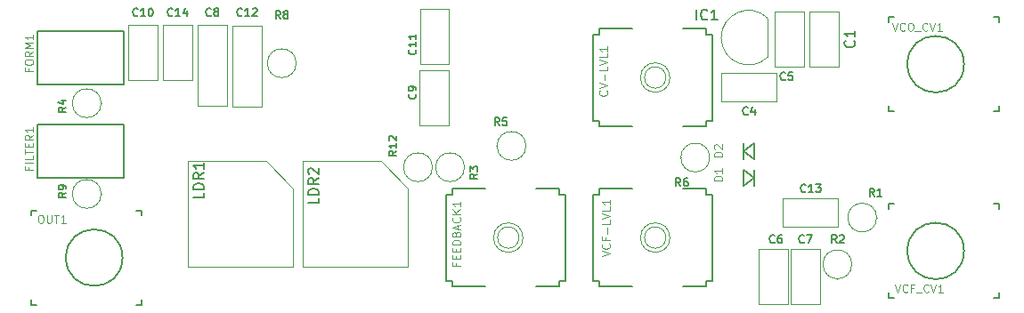
<source format=gto>
G04 #@! TF.GenerationSoftware,KiCad,Pcbnew,5.1.6-c6e7f7d~86~ubuntu18.04.1*
G04 #@! TF.CreationDate,2020-07-10T20:36:52+01:00*
G04 #@! TF.ProjectId,acid-casualty-v2,61636964-2d63-4617-9375-616c74792d76,rev?*
G04 #@! TF.SameCoordinates,Original*
G04 #@! TF.FileFunction,Legend,Top*
G04 #@! TF.FilePolarity,Positive*
%FSLAX46Y46*%
G04 Gerber Fmt 4.6, Leading zero omitted, Abs format (unit mm)*
G04 Created by KiCad (PCBNEW 5.1.6-c6e7f7d~86~ubuntu18.04.1) date 2020-07-10 20:36:52*
%MOMM*%
%LPD*%
G01*
G04 APERTURE LIST*
%ADD10C,0.120000*%
%ADD11C,0.152400*%
%ADD12C,0.127000*%
%ADD13C,0.203200*%
%ADD14C,0.050800*%
%ADD15C,0.150000*%
%ADD16C,0.106400*%
G04 APERTURE END LIST*
D10*
X179424000Y-91086000D02*
X179424000Y-96326000D01*
X176684000Y-91086000D02*
X176684000Y-96326000D01*
X179424000Y-91086000D02*
X176684000Y-91086000D01*
X179424000Y-96326000D02*
X176684000Y-96326000D01*
X140816000Y-105918000D02*
G75*
G03*
X140816000Y-105918000I-1370000J0D01*
G01*
X139446000Y-104548000D02*
X139446000Y-104478000D01*
X127862000Y-96012000D02*
G75*
G03*
X127862000Y-96012000I-1370000J0D01*
G01*
X126492000Y-94642000D02*
X126492000Y-94572000D01*
X128472000Y-115380000D02*
X138492000Y-115380000D01*
X128472000Y-105360000D02*
X128472000Y-115380000D01*
X135912000Y-105360000D02*
X128472000Y-105360000D01*
X138492000Y-107940000D02*
X135912000Y-105360000D01*
X138492000Y-115380000D02*
X138492000Y-107940000D01*
X117550000Y-115380000D02*
X127570000Y-115380000D01*
X117550000Y-105360000D02*
X117550000Y-115380000D01*
X124990000Y-105360000D02*
X117550000Y-105360000D01*
X127570000Y-107940000D02*
X124990000Y-105360000D01*
X127570000Y-115380000D02*
X127570000Y-107940000D01*
X109320000Y-108458000D02*
G75*
G03*
X109320000Y-108458000I-1370000J0D01*
G01*
X109320000Y-108458000D02*
X109390000Y-108458000D01*
X167181000Y-104999000D02*
G75*
G03*
X167181000Y-104999000I-1370000J0D01*
G01*
X164441000Y-104999000D02*
X164371000Y-104999000D01*
X149706000Y-103886000D02*
G75*
G03*
X149706000Y-103886000I-1370000J0D01*
G01*
X146966000Y-103886000D02*
X146896000Y-103886000D01*
X109320000Y-99822000D02*
G75*
G03*
X109320000Y-99822000I-1370000J0D01*
G01*
X109320000Y-99822000D02*
X109390000Y-99822000D01*
X143864000Y-105918000D02*
G75*
G03*
X143864000Y-105918000I-1370000J0D01*
G01*
X142494000Y-104548000D02*
X142494000Y-104478000D01*
X180694000Y-115159000D02*
G75*
G03*
X180694000Y-115159000I-1370000J0D01*
G01*
X179324000Y-116529000D02*
X179324000Y-116599000D01*
X183056000Y-110714000D02*
G75*
G03*
X183056000Y-110714000I-1370000J0D01*
G01*
X183056000Y-110714000D02*
X183126000Y-110714000D01*
X172725000Y-95380000D02*
X172725000Y-91780000D01*
X172713478Y-91741522D02*
G75*
G03*
X168275000Y-93580000I-1838478J-1838478D01*
G01*
X172713478Y-95418478D02*
G75*
G02*
X168275000Y-93580000I-1838478J1838478D01*
G01*
X121820000Y-100176000D02*
X121820000Y-92436000D01*
X124560000Y-100176000D02*
X124560000Y-92436000D01*
X121820000Y-100176000D02*
X124560000Y-100176000D01*
X121820000Y-92436000D02*
X124560000Y-92436000D01*
X142340000Y-96674000D02*
X142340000Y-101914000D01*
X139600000Y-96674000D02*
X139600000Y-101914000D01*
X142340000Y-96674000D02*
X139600000Y-96674000D01*
X142340000Y-101914000D02*
X139600000Y-101914000D01*
X121258000Y-92356000D02*
X121258000Y-100096000D01*
X118518000Y-92356000D02*
X118518000Y-100096000D01*
X121258000Y-92356000D02*
X118518000Y-92356000D01*
X121258000Y-100096000D02*
X118518000Y-100096000D01*
X115216000Y-97636000D02*
X115216000Y-92396000D01*
X117956000Y-97636000D02*
X117956000Y-92396000D01*
X115216000Y-97636000D02*
X117956000Y-97636000D01*
X115216000Y-92396000D02*
X117956000Y-92396000D01*
X174144000Y-108866000D02*
X179384000Y-108866000D01*
X174144000Y-111606000D02*
X179384000Y-111606000D01*
X174144000Y-108866000D02*
X174144000Y-111606000D01*
X179384000Y-108866000D02*
X179384000Y-111606000D01*
X139676000Y-96112000D02*
X139676000Y-90872000D01*
X142416000Y-96112000D02*
X142416000Y-90872000D01*
X139676000Y-96112000D02*
X142416000Y-96112000D01*
X139676000Y-90872000D02*
X142416000Y-90872000D01*
X114654000Y-92356000D02*
X114654000Y-97596000D01*
X111914000Y-92356000D02*
X111914000Y-97596000D01*
X114654000Y-92356000D02*
X111914000Y-92356000D01*
X114654000Y-97596000D02*
X111914000Y-97596000D01*
X174906000Y-118972000D02*
X174906000Y-113732000D01*
X177646000Y-118972000D02*
X177646000Y-113732000D01*
X174906000Y-118972000D02*
X177646000Y-118972000D01*
X174906000Y-113732000D02*
X177646000Y-113732000D01*
X171858000Y-118972000D02*
X171858000Y-113732000D01*
X174598000Y-118972000D02*
X174598000Y-113732000D01*
X171858000Y-118972000D02*
X174598000Y-118972000D01*
X171858000Y-113732000D02*
X174598000Y-113732000D01*
X176122000Y-91086000D02*
X176122000Y-96326000D01*
X173382000Y-91086000D02*
X173382000Y-96326000D01*
X176122000Y-91086000D02*
X173382000Y-91086000D01*
X176122000Y-96326000D02*
X173382000Y-96326000D01*
X168302000Y-96928000D02*
X173542000Y-96928000D01*
X168302000Y-99668000D02*
X173542000Y-99668000D01*
X168302000Y-96928000D02*
X168302000Y-99668000D01*
X173542000Y-96928000D02*
X173542000Y-99668000D01*
D11*
X170383000Y-107666000D02*
X171399000Y-106904000D01*
X171399000Y-106904000D02*
X170383000Y-106142000D01*
X171399000Y-107666000D02*
X171399000Y-106904000D01*
X171399000Y-106904000D02*
X171399000Y-106142000D01*
X170383000Y-106142000D02*
X170383000Y-107666000D01*
X171399000Y-103602000D02*
X170383000Y-104364000D01*
X170383000Y-104364000D02*
X171399000Y-105126000D01*
X170383000Y-103602000D02*
X170383000Y-104364000D01*
X170383000Y-104364000D02*
X170383000Y-105126000D01*
X171399000Y-105126000D02*
X171399000Y-103602000D01*
D12*
X191361721Y-96108600D02*
G75*
G03*
X191361721Y-96108600I-2690721J0D01*
G01*
X194171000Y-91608600D02*
X194671000Y-91608600D01*
X194671000Y-91608600D02*
X194671000Y-92108600D01*
X194671000Y-100108600D02*
X194671000Y-100608600D01*
X194671000Y-100608600D02*
X194171000Y-100608600D01*
X184671000Y-100608600D02*
X184171000Y-100608600D01*
X184171000Y-100608600D02*
X184171000Y-100108600D01*
X184671000Y-91608600D02*
X184171000Y-91608600D01*
X184171000Y-91608600D02*
X184171000Y-92108600D01*
D13*
X167401000Y-93278600D02*
X167401000Y-101478600D01*
X156101000Y-101478600D02*
X156101000Y-93278600D01*
X166851000Y-93278600D02*
X166851000Y-92728600D01*
X167401000Y-93278600D02*
X166851000Y-93278600D01*
X156651000Y-93278600D02*
X156101000Y-93278600D01*
X156651000Y-92728600D02*
X156651000Y-93278600D01*
X156651000Y-101478600D02*
X156651000Y-102028600D01*
X156101000Y-101478600D02*
X156651000Y-101478600D01*
X166851000Y-101478600D02*
X167401000Y-101478600D01*
X166851000Y-102028600D02*
X166851000Y-101478600D01*
X164651000Y-92728600D02*
X166851000Y-92728600D01*
X156651000Y-92728600D02*
X159851000Y-92728600D01*
X166851000Y-102028600D02*
X164651000Y-102028600D01*
X159851000Y-102028600D02*
X156651000Y-102028600D01*
D14*
X163398000Y-97378600D02*
G75*
G03*
X163398000Y-97378600I-1397000J0D01*
G01*
X163017000Y-97378600D02*
G75*
G03*
X163017000Y-97378600I-1016000J0D01*
G01*
D13*
X153431000Y-108519000D02*
X153431000Y-116719000D01*
X142131000Y-116719000D02*
X142131000Y-108519000D01*
X152881000Y-108519000D02*
X152881000Y-107969000D01*
X153431000Y-108519000D02*
X152881000Y-108519000D01*
X142681000Y-108519000D02*
X142131000Y-108519000D01*
X142681000Y-107969000D02*
X142681000Y-108519000D01*
X142681000Y-116719000D02*
X142681000Y-117269000D01*
X142131000Y-116719000D02*
X142681000Y-116719000D01*
X152881000Y-116719000D02*
X153431000Y-116719000D01*
X152881000Y-117269000D02*
X152881000Y-116719000D01*
X150681000Y-107969000D02*
X152881000Y-107969000D01*
X142681000Y-107969000D02*
X145881000Y-107969000D01*
X152881000Y-117269000D02*
X150681000Y-117269000D01*
X145881000Y-117269000D02*
X142681000Y-117269000D01*
D14*
X149428000Y-112619000D02*
G75*
G03*
X149428000Y-112619000I-1397000J0D01*
G01*
X149047000Y-112619000D02*
G75*
G03*
X149047000Y-112619000I-1016000J0D01*
G01*
D13*
X167401000Y-108519000D02*
X167401000Y-116719000D01*
X156101000Y-116719000D02*
X156101000Y-108519000D01*
X166851000Y-108519000D02*
X166851000Y-107969000D01*
X167401000Y-108519000D02*
X166851000Y-108519000D01*
X156651000Y-108519000D02*
X156101000Y-108519000D01*
X156651000Y-107969000D02*
X156651000Y-108519000D01*
X156651000Y-116719000D02*
X156651000Y-117269000D01*
X156101000Y-116719000D02*
X156651000Y-116719000D01*
X166851000Y-116719000D02*
X167401000Y-116719000D01*
X166851000Y-117269000D02*
X166851000Y-116719000D01*
X164651000Y-107969000D02*
X166851000Y-107969000D01*
X156651000Y-107969000D02*
X159851000Y-107969000D01*
X166851000Y-117269000D02*
X164651000Y-117269000D01*
X159851000Y-117269000D02*
X156651000Y-117269000D01*
D14*
X163398000Y-112619000D02*
G75*
G03*
X163398000Y-112619000I-1397000J0D01*
G01*
X163017000Y-112619000D02*
G75*
G03*
X163017000Y-112619000I-1016000J0D01*
G01*
D12*
X191361721Y-113889000D02*
G75*
G03*
X191361721Y-113889000I-2690721J0D01*
G01*
X194171000Y-109389000D02*
X194671000Y-109389000D01*
X194671000Y-109389000D02*
X194671000Y-109889000D01*
X194671000Y-117889000D02*
X194671000Y-118389000D01*
X194671000Y-118389000D02*
X194171000Y-118389000D01*
X184671000Y-118389000D02*
X184171000Y-118389000D01*
X184171000Y-118389000D02*
X184171000Y-117889000D01*
X184671000Y-109389000D02*
X184171000Y-109389000D01*
X184171000Y-109389000D02*
X184171000Y-109889000D01*
X111351721Y-114524000D02*
G75*
G03*
X111351721Y-114524000I-2690721J0D01*
G01*
X103161000Y-119024000D02*
X102661000Y-119024000D01*
X102661000Y-119024000D02*
X102661000Y-118524000D01*
X102661000Y-110524000D02*
X102661000Y-110024000D01*
X102661000Y-110024000D02*
X103161000Y-110024000D01*
X112661000Y-110024000D02*
X113161000Y-110024000D01*
X113161000Y-110024000D02*
X113161000Y-110524000D01*
X112661000Y-119024000D02*
X113161000Y-119024000D01*
X113161000Y-119024000D02*
X113161000Y-118524000D01*
X103291000Y-92933600D02*
X111491000Y-92933600D01*
X111491000Y-92933600D02*
X111491000Y-98013600D01*
X111491000Y-98013600D02*
X103291000Y-98013600D01*
X103291000Y-98013600D02*
X103291000Y-92933600D01*
X103291000Y-101824000D02*
X111491000Y-101824000D01*
X111491000Y-101824000D02*
X111491000Y-106904000D01*
X111491000Y-106904000D02*
X103291000Y-106904000D01*
X103291000Y-106904000D02*
X103291000Y-101824000D01*
D15*
X180911142Y-93872666D02*
X180958761Y-93920285D01*
X181006380Y-94063142D01*
X181006380Y-94158380D01*
X180958761Y-94301238D01*
X180863523Y-94396476D01*
X180768285Y-94444095D01*
X180577809Y-94491714D01*
X180434952Y-94491714D01*
X180244476Y-94444095D01*
X180149238Y-94396476D01*
X180054000Y-94301238D01*
X180006380Y-94158380D01*
X180006380Y-94063142D01*
X180054000Y-93920285D01*
X180101619Y-93872666D01*
X181006380Y-92920285D02*
X181006380Y-93491714D01*
X181006380Y-93206000D02*
X180006380Y-93206000D01*
X180149238Y-93301238D01*
X180244476Y-93396476D01*
X180292095Y-93491714D01*
X137415285Y-104368142D02*
X137058142Y-104618142D01*
X137415285Y-104796714D02*
X136665285Y-104796714D01*
X136665285Y-104511000D01*
X136701000Y-104439571D01*
X136736714Y-104403857D01*
X136808142Y-104368142D01*
X136915285Y-104368142D01*
X136986714Y-104403857D01*
X137022428Y-104439571D01*
X137058142Y-104511000D01*
X137058142Y-104796714D01*
X137415285Y-103653857D02*
X137415285Y-104082428D01*
X137415285Y-103868142D02*
X136665285Y-103868142D01*
X136772428Y-103939571D01*
X136843857Y-104011000D01*
X136879571Y-104082428D01*
X136736714Y-103368142D02*
X136701000Y-103332428D01*
X136665285Y-103261000D01*
X136665285Y-103082428D01*
X136701000Y-103011000D01*
X136736714Y-102975285D01*
X136808142Y-102939571D01*
X136879571Y-102939571D01*
X136986714Y-102975285D01*
X137415285Y-103403857D01*
X137415285Y-102939571D01*
X126367000Y-91779285D02*
X126117000Y-91422142D01*
X125938428Y-91779285D02*
X125938428Y-91029285D01*
X126224142Y-91029285D01*
X126295571Y-91065000D01*
X126331285Y-91100714D01*
X126367000Y-91172142D01*
X126367000Y-91279285D01*
X126331285Y-91350714D01*
X126295571Y-91386428D01*
X126224142Y-91422142D01*
X125938428Y-91422142D01*
X126795571Y-91350714D02*
X126724142Y-91315000D01*
X126688428Y-91279285D01*
X126652714Y-91207857D01*
X126652714Y-91172142D01*
X126688428Y-91100714D01*
X126724142Y-91065000D01*
X126795571Y-91029285D01*
X126938428Y-91029285D01*
X127009857Y-91065000D01*
X127045571Y-91100714D01*
X127081285Y-91172142D01*
X127081285Y-91207857D01*
X127045571Y-91279285D01*
X127009857Y-91315000D01*
X126938428Y-91350714D01*
X126795571Y-91350714D01*
X126724142Y-91386428D01*
X126688428Y-91422142D01*
X126652714Y-91493571D01*
X126652714Y-91636428D01*
X126688428Y-91707857D01*
X126724142Y-91743571D01*
X126795571Y-91779285D01*
X126938428Y-91779285D01*
X127009857Y-91743571D01*
X127045571Y-91707857D01*
X127081285Y-91636428D01*
X127081285Y-91493571D01*
X127045571Y-91422142D01*
X127009857Y-91386428D01*
X126938428Y-91350714D01*
X129992380Y-108862666D02*
X129992380Y-109338857D01*
X128992380Y-109338857D01*
X129992380Y-108529333D02*
X128992380Y-108529333D01*
X128992380Y-108291238D01*
X129040000Y-108148380D01*
X129135238Y-108053142D01*
X129230476Y-108005523D01*
X129420952Y-107957904D01*
X129563809Y-107957904D01*
X129754285Y-108005523D01*
X129849523Y-108053142D01*
X129944761Y-108148380D01*
X129992380Y-108291238D01*
X129992380Y-108529333D01*
X129992380Y-106957904D02*
X129516190Y-107291238D01*
X129992380Y-107529333D02*
X128992380Y-107529333D01*
X128992380Y-107148380D01*
X129040000Y-107053142D01*
X129087619Y-107005523D01*
X129182857Y-106957904D01*
X129325714Y-106957904D01*
X129420952Y-107005523D01*
X129468571Y-107053142D01*
X129516190Y-107148380D01*
X129516190Y-107529333D01*
X129087619Y-106576952D02*
X129040000Y-106529333D01*
X128992380Y-106434095D01*
X128992380Y-106196000D01*
X129040000Y-106100761D01*
X129087619Y-106053142D01*
X129182857Y-106005523D01*
X129278095Y-106005523D01*
X129420952Y-106053142D01*
X129992380Y-106624571D01*
X129992380Y-106005523D01*
X119070380Y-108354666D02*
X119070380Y-108830857D01*
X118070380Y-108830857D01*
X119070380Y-108021333D02*
X118070380Y-108021333D01*
X118070380Y-107783238D01*
X118118000Y-107640380D01*
X118213238Y-107545142D01*
X118308476Y-107497523D01*
X118498952Y-107449904D01*
X118641809Y-107449904D01*
X118832285Y-107497523D01*
X118927523Y-107545142D01*
X119022761Y-107640380D01*
X119070380Y-107783238D01*
X119070380Y-108021333D01*
X119070380Y-106449904D02*
X118594190Y-106783238D01*
X119070380Y-107021333D02*
X118070380Y-107021333D01*
X118070380Y-106640380D01*
X118118000Y-106545142D01*
X118165619Y-106497523D01*
X118260857Y-106449904D01*
X118403714Y-106449904D01*
X118498952Y-106497523D01*
X118546571Y-106545142D01*
X118594190Y-106640380D01*
X118594190Y-107021333D01*
X119070380Y-105497523D02*
X119070380Y-106068952D01*
X119070380Y-105783238D02*
X118070380Y-105783238D01*
X118213238Y-105878476D01*
X118308476Y-105973714D01*
X118356095Y-106068952D01*
X106003285Y-108329000D02*
X105646142Y-108579000D01*
X106003285Y-108757571D02*
X105253285Y-108757571D01*
X105253285Y-108471857D01*
X105289000Y-108400428D01*
X105324714Y-108364714D01*
X105396142Y-108329000D01*
X105503285Y-108329000D01*
X105574714Y-108364714D01*
X105610428Y-108400428D01*
X105646142Y-108471857D01*
X105646142Y-108757571D01*
X106003285Y-107971857D02*
X106003285Y-107829000D01*
X105967571Y-107757571D01*
X105931857Y-107721857D01*
X105824714Y-107650428D01*
X105681857Y-107614714D01*
X105396142Y-107614714D01*
X105324714Y-107650428D01*
X105289000Y-107686142D01*
X105253285Y-107757571D01*
X105253285Y-107900428D01*
X105289000Y-107971857D01*
X105324714Y-108007571D01*
X105396142Y-108043285D01*
X105574714Y-108043285D01*
X105646142Y-108007571D01*
X105681857Y-107971857D01*
X105717571Y-107900428D01*
X105717571Y-107757571D01*
X105681857Y-107686142D01*
X105646142Y-107650428D01*
X105574714Y-107614714D01*
X164416000Y-107708285D02*
X164166000Y-107351142D01*
X163987428Y-107708285D02*
X163987428Y-106958285D01*
X164273142Y-106958285D01*
X164344571Y-106994000D01*
X164380285Y-107029714D01*
X164416000Y-107101142D01*
X164416000Y-107208285D01*
X164380285Y-107279714D01*
X164344571Y-107315428D01*
X164273142Y-107351142D01*
X163987428Y-107351142D01*
X165058857Y-106958285D02*
X164916000Y-106958285D01*
X164844571Y-106994000D01*
X164808857Y-107029714D01*
X164737428Y-107136857D01*
X164701714Y-107279714D01*
X164701714Y-107565428D01*
X164737428Y-107636857D01*
X164773142Y-107672571D01*
X164844571Y-107708285D01*
X164987428Y-107708285D01*
X165058857Y-107672571D01*
X165094571Y-107636857D01*
X165130285Y-107565428D01*
X165130285Y-107386857D01*
X165094571Y-107315428D01*
X165058857Y-107279714D01*
X164987428Y-107244000D01*
X164844571Y-107244000D01*
X164773142Y-107279714D01*
X164737428Y-107315428D01*
X164701714Y-107386857D01*
X147195000Y-101939285D02*
X146945000Y-101582142D01*
X146766428Y-101939285D02*
X146766428Y-101189285D01*
X147052142Y-101189285D01*
X147123571Y-101225000D01*
X147159285Y-101260714D01*
X147195000Y-101332142D01*
X147195000Y-101439285D01*
X147159285Y-101510714D01*
X147123571Y-101546428D01*
X147052142Y-101582142D01*
X146766428Y-101582142D01*
X147873571Y-101189285D02*
X147516428Y-101189285D01*
X147480714Y-101546428D01*
X147516428Y-101510714D01*
X147587857Y-101475000D01*
X147766428Y-101475000D01*
X147837857Y-101510714D01*
X147873571Y-101546428D01*
X147909285Y-101617857D01*
X147909285Y-101796428D01*
X147873571Y-101867857D01*
X147837857Y-101903571D01*
X147766428Y-101939285D01*
X147587857Y-101939285D01*
X147516428Y-101903571D01*
X147480714Y-101867857D01*
X106003285Y-100201000D02*
X105646142Y-100451000D01*
X106003285Y-100629571D02*
X105253285Y-100629571D01*
X105253285Y-100343857D01*
X105289000Y-100272428D01*
X105324714Y-100236714D01*
X105396142Y-100201000D01*
X105503285Y-100201000D01*
X105574714Y-100236714D01*
X105610428Y-100272428D01*
X105646142Y-100343857D01*
X105646142Y-100629571D01*
X105503285Y-99558142D02*
X106003285Y-99558142D01*
X105217571Y-99736714D02*
X105753285Y-99915285D01*
X105753285Y-99451000D01*
X145119285Y-106551000D02*
X144762142Y-106801000D01*
X145119285Y-106979571D02*
X144369285Y-106979571D01*
X144369285Y-106693857D01*
X144405000Y-106622428D01*
X144440714Y-106586714D01*
X144512142Y-106551000D01*
X144619285Y-106551000D01*
X144690714Y-106586714D01*
X144726428Y-106622428D01*
X144762142Y-106693857D01*
X144762142Y-106979571D01*
X144369285Y-106301000D02*
X144369285Y-105836714D01*
X144655000Y-106086714D01*
X144655000Y-105979571D01*
X144690714Y-105908142D01*
X144726428Y-105872428D01*
X144797857Y-105836714D01*
X144976428Y-105836714D01*
X145047857Y-105872428D01*
X145083571Y-105908142D01*
X145119285Y-105979571D01*
X145119285Y-106193857D01*
X145083571Y-106265285D01*
X145047857Y-106301000D01*
X179249900Y-113115685D02*
X178999900Y-112758542D01*
X178821328Y-113115685D02*
X178821328Y-112365685D01*
X179107042Y-112365685D01*
X179178471Y-112401400D01*
X179214185Y-112437114D01*
X179249900Y-112508542D01*
X179249900Y-112615685D01*
X179214185Y-112687114D01*
X179178471Y-112722828D01*
X179107042Y-112758542D01*
X178821328Y-112758542D01*
X179535614Y-112437114D02*
X179571328Y-112401400D01*
X179642757Y-112365685D01*
X179821328Y-112365685D01*
X179892757Y-112401400D01*
X179928471Y-112437114D01*
X179964185Y-112508542D01*
X179964185Y-112579971D01*
X179928471Y-112687114D01*
X179499900Y-113115685D01*
X179964185Y-113115685D01*
X182831000Y-108683285D02*
X182581000Y-108326142D01*
X182402428Y-108683285D02*
X182402428Y-107933285D01*
X182688142Y-107933285D01*
X182759571Y-107969000D01*
X182795285Y-108004714D01*
X182831000Y-108076142D01*
X182831000Y-108183285D01*
X182795285Y-108254714D01*
X182759571Y-108290428D01*
X182688142Y-108326142D01*
X182402428Y-108326142D01*
X183545285Y-108683285D02*
X183116714Y-108683285D01*
X183331000Y-108683285D02*
X183331000Y-107933285D01*
X183259571Y-108040428D01*
X183188142Y-108111857D01*
X183116714Y-108147571D01*
X165901809Y-91892380D02*
X165901809Y-90892380D01*
X166949428Y-91797142D02*
X166901809Y-91844761D01*
X166758952Y-91892380D01*
X166663714Y-91892380D01*
X166520857Y-91844761D01*
X166425619Y-91749523D01*
X166378000Y-91654285D01*
X166330380Y-91463809D01*
X166330380Y-91320952D01*
X166378000Y-91130476D01*
X166425619Y-91035238D01*
X166520857Y-90940000D01*
X166663714Y-90892380D01*
X166758952Y-90892380D01*
X166901809Y-90940000D01*
X166949428Y-90987619D01*
X167901809Y-91892380D02*
X167330380Y-91892380D01*
X167616095Y-91892380D02*
X167616095Y-90892380D01*
X167520857Y-91035238D01*
X167425619Y-91130476D01*
X167330380Y-91178095D01*
X122707857Y-91453857D02*
X122672142Y-91489571D01*
X122565000Y-91525285D01*
X122493571Y-91525285D01*
X122386428Y-91489571D01*
X122315000Y-91418142D01*
X122279285Y-91346714D01*
X122243571Y-91203857D01*
X122243571Y-91096714D01*
X122279285Y-90953857D01*
X122315000Y-90882428D01*
X122386428Y-90811000D01*
X122493571Y-90775285D01*
X122565000Y-90775285D01*
X122672142Y-90811000D01*
X122707857Y-90846714D01*
X123422142Y-91525285D02*
X122993571Y-91525285D01*
X123207857Y-91525285D02*
X123207857Y-90775285D01*
X123136428Y-90882428D01*
X123065000Y-90953857D01*
X122993571Y-90989571D01*
X123707857Y-90846714D02*
X123743571Y-90811000D01*
X123815000Y-90775285D01*
X123993571Y-90775285D01*
X124065000Y-90811000D01*
X124100714Y-90846714D01*
X124136428Y-90918142D01*
X124136428Y-90989571D01*
X124100714Y-91096714D01*
X123672142Y-91525285D01*
X124136428Y-91525285D01*
X139205857Y-98931000D02*
X139241571Y-98966714D01*
X139277285Y-99073857D01*
X139277285Y-99145285D01*
X139241571Y-99252428D01*
X139170142Y-99323857D01*
X139098714Y-99359571D01*
X138955857Y-99395285D01*
X138848714Y-99395285D01*
X138705857Y-99359571D01*
X138634428Y-99323857D01*
X138563000Y-99252428D01*
X138527285Y-99145285D01*
X138527285Y-99073857D01*
X138563000Y-98966714D01*
X138598714Y-98931000D01*
X139277285Y-98573857D02*
X139277285Y-98431000D01*
X139241571Y-98359571D01*
X139205857Y-98323857D01*
X139098714Y-98252428D01*
X138955857Y-98216714D01*
X138670142Y-98216714D01*
X138598714Y-98252428D01*
X138563000Y-98288142D01*
X138527285Y-98359571D01*
X138527285Y-98502428D01*
X138563000Y-98573857D01*
X138598714Y-98609571D01*
X138670142Y-98645285D01*
X138848714Y-98645285D01*
X138920142Y-98609571D01*
X138955857Y-98573857D01*
X138991571Y-98502428D01*
X138991571Y-98359571D01*
X138955857Y-98288142D01*
X138920142Y-98252428D01*
X138848714Y-98216714D01*
X119763000Y-91453857D02*
X119727285Y-91489571D01*
X119620142Y-91525285D01*
X119548714Y-91525285D01*
X119441571Y-91489571D01*
X119370142Y-91418142D01*
X119334428Y-91346714D01*
X119298714Y-91203857D01*
X119298714Y-91096714D01*
X119334428Y-90953857D01*
X119370142Y-90882428D01*
X119441571Y-90811000D01*
X119548714Y-90775285D01*
X119620142Y-90775285D01*
X119727285Y-90811000D01*
X119763000Y-90846714D01*
X120191571Y-91096714D02*
X120120142Y-91061000D01*
X120084428Y-91025285D01*
X120048714Y-90953857D01*
X120048714Y-90918142D01*
X120084428Y-90846714D01*
X120120142Y-90811000D01*
X120191571Y-90775285D01*
X120334428Y-90775285D01*
X120405857Y-90811000D01*
X120441571Y-90846714D01*
X120477285Y-90918142D01*
X120477285Y-90953857D01*
X120441571Y-91025285D01*
X120405857Y-91061000D01*
X120334428Y-91096714D01*
X120191571Y-91096714D01*
X120120142Y-91132428D01*
X120084428Y-91168142D01*
X120048714Y-91239571D01*
X120048714Y-91382428D01*
X120084428Y-91453857D01*
X120120142Y-91489571D01*
X120191571Y-91525285D01*
X120334428Y-91525285D01*
X120405857Y-91489571D01*
X120441571Y-91453857D01*
X120477285Y-91382428D01*
X120477285Y-91239571D01*
X120441571Y-91168142D01*
X120405857Y-91132428D01*
X120334428Y-91096714D01*
X116103857Y-91453857D02*
X116068142Y-91489571D01*
X115961000Y-91525285D01*
X115889571Y-91525285D01*
X115782428Y-91489571D01*
X115711000Y-91418142D01*
X115675285Y-91346714D01*
X115639571Y-91203857D01*
X115639571Y-91096714D01*
X115675285Y-90953857D01*
X115711000Y-90882428D01*
X115782428Y-90811000D01*
X115889571Y-90775285D01*
X115961000Y-90775285D01*
X116068142Y-90811000D01*
X116103857Y-90846714D01*
X116818142Y-91525285D02*
X116389571Y-91525285D01*
X116603857Y-91525285D02*
X116603857Y-90775285D01*
X116532428Y-90882428D01*
X116461000Y-90953857D01*
X116389571Y-90989571D01*
X117461000Y-91025285D02*
X117461000Y-91525285D01*
X117282428Y-90739571D02*
X117103857Y-91275285D01*
X117568142Y-91275285D01*
X176301857Y-108217857D02*
X176266142Y-108253571D01*
X176159000Y-108289285D01*
X176087571Y-108289285D01*
X175980428Y-108253571D01*
X175909000Y-108182142D01*
X175873285Y-108110714D01*
X175837571Y-107967857D01*
X175837571Y-107860714D01*
X175873285Y-107717857D01*
X175909000Y-107646428D01*
X175980428Y-107575000D01*
X176087571Y-107539285D01*
X176159000Y-107539285D01*
X176266142Y-107575000D01*
X176301857Y-107610714D01*
X177016142Y-108289285D02*
X176587571Y-108289285D01*
X176801857Y-108289285D02*
X176801857Y-107539285D01*
X176730428Y-107646428D01*
X176659000Y-107717857D01*
X176587571Y-107753571D01*
X177266142Y-107539285D02*
X177730428Y-107539285D01*
X177480428Y-107825000D01*
X177587571Y-107825000D01*
X177659000Y-107860714D01*
X177694714Y-107896428D01*
X177730428Y-107967857D01*
X177730428Y-108146428D01*
X177694714Y-108217857D01*
X177659000Y-108253571D01*
X177587571Y-108289285D01*
X177373285Y-108289285D01*
X177301857Y-108253571D01*
X177266142Y-108217857D01*
X139205757Y-94716142D02*
X139241471Y-94751857D01*
X139277185Y-94859000D01*
X139277185Y-94930428D01*
X139241471Y-95037571D01*
X139170042Y-95109000D01*
X139098614Y-95144714D01*
X138955757Y-95180428D01*
X138848614Y-95180428D01*
X138705757Y-95144714D01*
X138634328Y-95109000D01*
X138562900Y-95037571D01*
X138527185Y-94930428D01*
X138527185Y-94859000D01*
X138562900Y-94751857D01*
X138598614Y-94716142D01*
X139277185Y-94001857D02*
X139277185Y-94430428D01*
X139277185Y-94216142D02*
X138527185Y-94216142D01*
X138634328Y-94287571D01*
X138705757Y-94359000D01*
X138741471Y-94430428D01*
X139277185Y-93287571D02*
X139277185Y-93716142D01*
X139277185Y-93501857D02*
X138527185Y-93501857D01*
X138634328Y-93573285D01*
X138705757Y-93644714D01*
X138741471Y-93716142D01*
X112801857Y-91453857D02*
X112766142Y-91489571D01*
X112659000Y-91525285D01*
X112587571Y-91525285D01*
X112480428Y-91489571D01*
X112409000Y-91418142D01*
X112373285Y-91346714D01*
X112337571Y-91203857D01*
X112337571Y-91096714D01*
X112373285Y-90953857D01*
X112409000Y-90882428D01*
X112480428Y-90811000D01*
X112587571Y-90775285D01*
X112659000Y-90775285D01*
X112766142Y-90811000D01*
X112801857Y-90846714D01*
X113516142Y-91525285D02*
X113087571Y-91525285D01*
X113301857Y-91525285D02*
X113301857Y-90775285D01*
X113230428Y-90882428D01*
X113159000Y-90953857D01*
X113087571Y-90989571D01*
X113980428Y-90775285D02*
X114051857Y-90775285D01*
X114123285Y-90811000D01*
X114159000Y-90846714D01*
X114194714Y-90918142D01*
X114230428Y-91061000D01*
X114230428Y-91239571D01*
X114194714Y-91382428D01*
X114159000Y-91453857D01*
X114123285Y-91489571D01*
X114051857Y-91525285D01*
X113980428Y-91525285D01*
X113909000Y-91489571D01*
X113873285Y-91453857D01*
X113837571Y-91382428D01*
X113801857Y-91239571D01*
X113801857Y-91061000D01*
X113837571Y-90918142D01*
X113873285Y-90846714D01*
X113909000Y-90811000D01*
X113980428Y-90775285D01*
X176151000Y-113043857D02*
X176115285Y-113079571D01*
X176008142Y-113115285D01*
X175936714Y-113115285D01*
X175829571Y-113079571D01*
X175758142Y-113008142D01*
X175722428Y-112936714D01*
X175686714Y-112793857D01*
X175686714Y-112686714D01*
X175722428Y-112543857D01*
X175758142Y-112472428D01*
X175829571Y-112401000D01*
X175936714Y-112365285D01*
X176008142Y-112365285D01*
X176115285Y-112401000D01*
X176151000Y-112436714D01*
X176401000Y-112365285D02*
X176901000Y-112365285D01*
X176579571Y-113115285D01*
X173357000Y-113043857D02*
X173321285Y-113079571D01*
X173214142Y-113115285D01*
X173142714Y-113115285D01*
X173035571Y-113079571D01*
X172964142Y-113008142D01*
X172928428Y-112936714D01*
X172892714Y-112793857D01*
X172892714Y-112686714D01*
X172928428Y-112543857D01*
X172964142Y-112472428D01*
X173035571Y-112401000D01*
X173142714Y-112365285D01*
X173214142Y-112365285D01*
X173321285Y-112401000D01*
X173357000Y-112436714D01*
X173999857Y-112365285D02*
X173857000Y-112365285D01*
X173785571Y-112401000D01*
X173749857Y-112436714D01*
X173678428Y-112543857D01*
X173642714Y-112686714D01*
X173642714Y-112972428D01*
X173678428Y-113043857D01*
X173714142Y-113079571D01*
X173785571Y-113115285D01*
X173928428Y-113115285D01*
X173999857Y-113079571D01*
X174035571Y-113043857D01*
X174071285Y-112972428D01*
X174071285Y-112793857D01*
X174035571Y-112722428D01*
X173999857Y-112686714D01*
X173928428Y-112651000D01*
X173785571Y-112651000D01*
X173714142Y-112686714D01*
X173678428Y-112722428D01*
X173642714Y-112793857D01*
X174373000Y-97549857D02*
X174337285Y-97585571D01*
X174230142Y-97621285D01*
X174158714Y-97621285D01*
X174051571Y-97585571D01*
X173980142Y-97514142D01*
X173944428Y-97442714D01*
X173908714Y-97299857D01*
X173908714Y-97192714D01*
X173944428Y-97049857D01*
X173980142Y-96978428D01*
X174051571Y-96907000D01*
X174158714Y-96871285D01*
X174230142Y-96871285D01*
X174337285Y-96907000D01*
X174373000Y-96942714D01*
X175051571Y-96871285D02*
X174694428Y-96871285D01*
X174658714Y-97228428D01*
X174694428Y-97192714D01*
X174765857Y-97157000D01*
X174944428Y-97157000D01*
X175015857Y-97192714D01*
X175051571Y-97228428D01*
X175087285Y-97299857D01*
X175087285Y-97478428D01*
X175051571Y-97549857D01*
X175015857Y-97585571D01*
X174944428Y-97621285D01*
X174765857Y-97621285D01*
X174694428Y-97585571D01*
X174658714Y-97549857D01*
X170817000Y-100851857D02*
X170781285Y-100887571D01*
X170674142Y-100923285D01*
X170602714Y-100923285D01*
X170495571Y-100887571D01*
X170424142Y-100816142D01*
X170388428Y-100744714D01*
X170352714Y-100601857D01*
X170352714Y-100494714D01*
X170388428Y-100351857D01*
X170424142Y-100280428D01*
X170495571Y-100209000D01*
X170602714Y-100173285D01*
X170674142Y-100173285D01*
X170781285Y-100209000D01*
X170817000Y-100244714D01*
X171459857Y-100423285D02*
X171459857Y-100923285D01*
X171281285Y-100137571D02*
X171102714Y-100673285D01*
X171567000Y-100673285D01*
D16*
X168365709Y-107192287D02*
X167605709Y-107192287D01*
X167605709Y-107011335D01*
X167641900Y-106902763D01*
X167714280Y-106830382D01*
X167786661Y-106794192D01*
X167931423Y-106758001D01*
X168039995Y-106758001D01*
X168184757Y-106794192D01*
X168257138Y-106830382D01*
X168329519Y-106902763D01*
X168365709Y-107011335D01*
X168365709Y-107192287D01*
X168365709Y-106034192D02*
X168365709Y-106468478D01*
X168365709Y-106251335D02*
X167605709Y-106251335D01*
X167714280Y-106323716D01*
X167786661Y-106396097D01*
X167822852Y-106468478D01*
X168365709Y-104906287D02*
X167605709Y-104906287D01*
X167605709Y-104725335D01*
X167641900Y-104616763D01*
X167714280Y-104544382D01*
X167786661Y-104508192D01*
X167931423Y-104472001D01*
X168039995Y-104472001D01*
X168184757Y-104508192D01*
X168257138Y-104544382D01*
X168329519Y-104616763D01*
X168365709Y-104725335D01*
X168365709Y-104906287D01*
X167678090Y-104182478D02*
X167641900Y-104146287D01*
X167605709Y-104073906D01*
X167605709Y-103892954D01*
X167641900Y-103820573D01*
X167678090Y-103784382D01*
X167750471Y-103748192D01*
X167822852Y-103748192D01*
X167931423Y-103784382D01*
X168365709Y-104218668D01*
X168365709Y-103748192D01*
X184545540Y-92167809D02*
X184798874Y-92927809D01*
X185052207Y-92167809D01*
X185739826Y-92855428D02*
X185703636Y-92891619D01*
X185595064Y-92927809D01*
X185522683Y-92927809D01*
X185414112Y-92891619D01*
X185341731Y-92819238D01*
X185305540Y-92746857D01*
X185269350Y-92602095D01*
X185269350Y-92493523D01*
X185305540Y-92348761D01*
X185341731Y-92276380D01*
X185414112Y-92204000D01*
X185522683Y-92167809D01*
X185595064Y-92167809D01*
X185703636Y-92204000D01*
X185739826Y-92240190D01*
X186210302Y-92167809D02*
X186355064Y-92167809D01*
X186427445Y-92204000D01*
X186499826Y-92276380D01*
X186536017Y-92421142D01*
X186536017Y-92674476D01*
X186499826Y-92819238D01*
X186427445Y-92891619D01*
X186355064Y-92927809D01*
X186210302Y-92927809D01*
X186137921Y-92891619D01*
X186065540Y-92819238D01*
X186029350Y-92674476D01*
X186029350Y-92421142D01*
X186065540Y-92276380D01*
X186137921Y-92204000D01*
X186210302Y-92167809D01*
X186680779Y-93000190D02*
X187259826Y-93000190D01*
X187875064Y-92855428D02*
X187838874Y-92891619D01*
X187730302Y-92927809D01*
X187657921Y-92927809D01*
X187549350Y-92891619D01*
X187476969Y-92819238D01*
X187440779Y-92746857D01*
X187404588Y-92602095D01*
X187404588Y-92493523D01*
X187440779Y-92348761D01*
X187476969Y-92276380D01*
X187549350Y-92204000D01*
X187657921Y-92167809D01*
X187730302Y-92167809D01*
X187838874Y-92204000D01*
X187875064Y-92240190D01*
X188092207Y-92167809D02*
X188345540Y-92927809D01*
X188598874Y-92167809D01*
X189250302Y-92927809D02*
X188816017Y-92927809D01*
X189033160Y-92927809D02*
X189033160Y-92167809D01*
X188960779Y-92276380D01*
X188888398Y-92348761D01*
X188816017Y-92384952D01*
X157371328Y-98629601D02*
X157407519Y-98665792D01*
X157443709Y-98774363D01*
X157443709Y-98846744D01*
X157407519Y-98955316D01*
X157335138Y-99027697D01*
X157262757Y-99063887D01*
X157117995Y-99100078D01*
X157009423Y-99100078D01*
X156864661Y-99063887D01*
X156792280Y-99027697D01*
X156719900Y-98955316D01*
X156683709Y-98846744D01*
X156683709Y-98774363D01*
X156719900Y-98665792D01*
X156756090Y-98629601D01*
X156683709Y-98412459D02*
X157443709Y-98159125D01*
X156683709Y-97905792D01*
X157154185Y-97652459D02*
X157154185Y-97073411D01*
X157443709Y-96349601D02*
X157443709Y-96711506D01*
X156683709Y-96711506D01*
X156683709Y-96204840D02*
X157443709Y-95951506D01*
X156683709Y-95698173D01*
X157443709Y-95082935D02*
X157443709Y-95444840D01*
X156683709Y-95444840D01*
X157443709Y-94431506D02*
X157443709Y-94865792D01*
X157443709Y-94648649D02*
X156683709Y-94648649D01*
X156792280Y-94721030D01*
X156864661Y-94793411D01*
X156900852Y-94865792D01*
X143075614Y-115066954D02*
X143075614Y-115320287D01*
X143473709Y-115320287D02*
X142713709Y-115320287D01*
X142713709Y-114958382D01*
X143075614Y-114668859D02*
X143075614Y-114415525D01*
X143473709Y-114306954D02*
X143473709Y-114668859D01*
X142713709Y-114668859D01*
X142713709Y-114306954D01*
X143075614Y-113981240D02*
X143075614Y-113727906D01*
X143473709Y-113619335D02*
X143473709Y-113981240D01*
X142713709Y-113981240D01*
X142713709Y-113619335D01*
X143473709Y-113293620D02*
X142713709Y-113293620D01*
X142713709Y-113112668D01*
X142749900Y-113004097D01*
X142822280Y-112931716D01*
X142894661Y-112895525D01*
X143039423Y-112859335D01*
X143147995Y-112859335D01*
X143292757Y-112895525D01*
X143365138Y-112931716D01*
X143437519Y-113004097D01*
X143473709Y-113112668D01*
X143473709Y-113293620D01*
X143075614Y-112280287D02*
X143111804Y-112171716D01*
X143147995Y-112135525D01*
X143220376Y-112099335D01*
X143328947Y-112099335D01*
X143401328Y-112135525D01*
X143437519Y-112171716D01*
X143473709Y-112244097D01*
X143473709Y-112533620D01*
X142713709Y-112533620D01*
X142713709Y-112280287D01*
X142749900Y-112207906D01*
X142786090Y-112171716D01*
X142858471Y-112135525D01*
X142930852Y-112135525D01*
X143003233Y-112171716D01*
X143039423Y-112207906D01*
X143075614Y-112280287D01*
X143075614Y-112533620D01*
X143256566Y-111809811D02*
X143256566Y-111447906D01*
X143473709Y-111882192D02*
X142713709Y-111628859D01*
X143473709Y-111375525D01*
X143401328Y-110687906D02*
X143437519Y-110724097D01*
X143473709Y-110832668D01*
X143473709Y-110905049D01*
X143437519Y-111013620D01*
X143365138Y-111086001D01*
X143292757Y-111122192D01*
X143147995Y-111158382D01*
X143039423Y-111158382D01*
X142894661Y-111122192D01*
X142822280Y-111086001D01*
X142749900Y-111013620D01*
X142713709Y-110905049D01*
X142713709Y-110832668D01*
X142749900Y-110724097D01*
X142786090Y-110687906D01*
X143473709Y-110362192D02*
X142713709Y-110362192D01*
X143473709Y-109927906D02*
X143039423Y-110253620D01*
X142713709Y-109927906D02*
X143147995Y-110362192D01*
X143473709Y-109204097D02*
X143473709Y-109638382D01*
X143473709Y-109421240D02*
X142713709Y-109421240D01*
X142822280Y-109493620D01*
X142894661Y-109566001D01*
X142930852Y-109638382D01*
X156937709Y-114412859D02*
X157697709Y-114159525D01*
X156937709Y-113906192D01*
X157625328Y-113218573D02*
X157661519Y-113254763D01*
X157697709Y-113363335D01*
X157697709Y-113435716D01*
X157661519Y-113544287D01*
X157589138Y-113616668D01*
X157516757Y-113652859D01*
X157371995Y-113689049D01*
X157263423Y-113689049D01*
X157118661Y-113652859D01*
X157046280Y-113616668D01*
X156973900Y-113544287D01*
X156937709Y-113435716D01*
X156937709Y-113363335D01*
X156973900Y-113254763D01*
X157010090Y-113218573D01*
X157299614Y-112639525D02*
X157299614Y-112892859D01*
X157697709Y-112892859D02*
X156937709Y-112892859D01*
X156937709Y-112530954D01*
X157408185Y-112241430D02*
X157408185Y-111662382D01*
X157697709Y-110938573D02*
X157697709Y-111300478D01*
X156937709Y-111300478D01*
X156937709Y-110793811D02*
X157697709Y-110540478D01*
X156937709Y-110287144D01*
X157697709Y-109671906D02*
X157697709Y-110033811D01*
X156937709Y-110033811D01*
X157697709Y-109020478D02*
X157697709Y-109454763D01*
X157697709Y-109237620D02*
X156937709Y-109237620D01*
X157046280Y-109310001D01*
X157118661Y-109382382D01*
X157154852Y-109454763D01*
X184799540Y-117059809D02*
X185052874Y-117819809D01*
X185306207Y-117059809D01*
X185993826Y-117747428D02*
X185957636Y-117783619D01*
X185849064Y-117819809D01*
X185776683Y-117819809D01*
X185668112Y-117783619D01*
X185595731Y-117711238D01*
X185559540Y-117638857D01*
X185523350Y-117494095D01*
X185523350Y-117385523D01*
X185559540Y-117240761D01*
X185595731Y-117168380D01*
X185668112Y-117096000D01*
X185776683Y-117059809D01*
X185849064Y-117059809D01*
X185957636Y-117096000D01*
X185993826Y-117132190D01*
X186572874Y-117421714D02*
X186319540Y-117421714D01*
X186319540Y-117819809D02*
X186319540Y-117059809D01*
X186681445Y-117059809D01*
X186790017Y-117892190D02*
X187369064Y-117892190D01*
X187984302Y-117747428D02*
X187948112Y-117783619D01*
X187839540Y-117819809D01*
X187767160Y-117819809D01*
X187658588Y-117783619D01*
X187586207Y-117711238D01*
X187550017Y-117638857D01*
X187513826Y-117494095D01*
X187513826Y-117385523D01*
X187550017Y-117240761D01*
X187586207Y-117168380D01*
X187658588Y-117096000D01*
X187767160Y-117059809D01*
X187839540Y-117059809D01*
X187948112Y-117096000D01*
X187984302Y-117132190D01*
X188201445Y-117059809D02*
X188454779Y-117819809D01*
X188708112Y-117059809D01*
X189359540Y-117819809D02*
X188925255Y-117819809D01*
X189142398Y-117819809D02*
X189142398Y-117059809D01*
X189070017Y-117168380D01*
X188997636Y-117240761D01*
X188925255Y-117276952D01*
X103518774Y-110456209D02*
X103663536Y-110456209D01*
X103735917Y-110492400D01*
X103808298Y-110564780D01*
X103844488Y-110709542D01*
X103844488Y-110962876D01*
X103808298Y-111107638D01*
X103735917Y-111180019D01*
X103663536Y-111216209D01*
X103518774Y-111216209D01*
X103446393Y-111180019D01*
X103374012Y-111107638D01*
X103337821Y-110962876D01*
X103337821Y-110709542D01*
X103374012Y-110564780D01*
X103446393Y-110492400D01*
X103518774Y-110456209D01*
X104170202Y-110456209D02*
X104170202Y-111071447D01*
X104206393Y-111143828D01*
X104242583Y-111180019D01*
X104314964Y-111216209D01*
X104459726Y-111216209D01*
X104532107Y-111180019D01*
X104568298Y-111143828D01*
X104604488Y-111071447D01*
X104604488Y-110456209D01*
X104857821Y-110456209D02*
X105292107Y-110456209D01*
X105074964Y-111216209D02*
X105074964Y-110456209D01*
X105943536Y-111216209D02*
X105509250Y-111216209D01*
X105726393Y-111216209D02*
X105726393Y-110456209D01*
X105654012Y-110564780D01*
X105581631Y-110637161D01*
X105509250Y-110673352D01*
X102435714Y-96524554D02*
X102435714Y-96777887D01*
X102833809Y-96777887D02*
X102073809Y-96777887D01*
X102073809Y-96415982D01*
X102073809Y-95981697D02*
X102073809Y-95836935D01*
X102110000Y-95764554D01*
X102182380Y-95692173D01*
X102327142Y-95655982D01*
X102580476Y-95655982D01*
X102725238Y-95692173D01*
X102797619Y-95764554D01*
X102833809Y-95836935D01*
X102833809Y-95981697D01*
X102797619Y-96054078D01*
X102725238Y-96126459D01*
X102580476Y-96162649D01*
X102327142Y-96162649D01*
X102182380Y-96126459D01*
X102110000Y-96054078D01*
X102073809Y-95981697D01*
X102833809Y-94895982D02*
X102471904Y-95149316D01*
X102833809Y-95330268D02*
X102073809Y-95330268D01*
X102073809Y-95040744D01*
X102110000Y-94968363D01*
X102146190Y-94932173D01*
X102218571Y-94895982D01*
X102327142Y-94895982D01*
X102399523Y-94932173D01*
X102435714Y-94968363D01*
X102471904Y-95040744D01*
X102471904Y-95330268D01*
X102833809Y-94570268D02*
X102073809Y-94570268D01*
X102616666Y-94316935D01*
X102073809Y-94063601D01*
X102833809Y-94063601D01*
X102833809Y-93303601D02*
X102833809Y-93737887D01*
X102833809Y-93520744D02*
X102073809Y-93520744D01*
X102182380Y-93593125D01*
X102254761Y-93665506D01*
X102290952Y-93737887D01*
X102435714Y-105922554D02*
X102435714Y-106175887D01*
X102833809Y-106175887D02*
X102073809Y-106175887D01*
X102073809Y-105813982D01*
X102833809Y-105524459D02*
X102073809Y-105524459D01*
X102833809Y-104800649D02*
X102833809Y-105162554D01*
X102073809Y-105162554D01*
X102073809Y-104655887D02*
X102073809Y-104221601D01*
X102833809Y-104438744D02*
X102073809Y-104438744D01*
X102435714Y-103968268D02*
X102435714Y-103714935D01*
X102833809Y-103606363D02*
X102833809Y-103968268D01*
X102073809Y-103968268D01*
X102073809Y-103606363D01*
X102833809Y-102846363D02*
X102471904Y-103099697D01*
X102833809Y-103280649D02*
X102073809Y-103280649D01*
X102073809Y-102991125D01*
X102110000Y-102918744D01*
X102146190Y-102882554D01*
X102218571Y-102846363D01*
X102327142Y-102846363D01*
X102399523Y-102882554D01*
X102435714Y-102918744D01*
X102471904Y-102991125D01*
X102471904Y-103280649D01*
X102833809Y-102122554D02*
X102833809Y-102556840D01*
X102833809Y-102339697D02*
X102073809Y-102339697D01*
X102182380Y-102412078D01*
X102254761Y-102484459D01*
X102290952Y-102556840D01*
M02*

</source>
